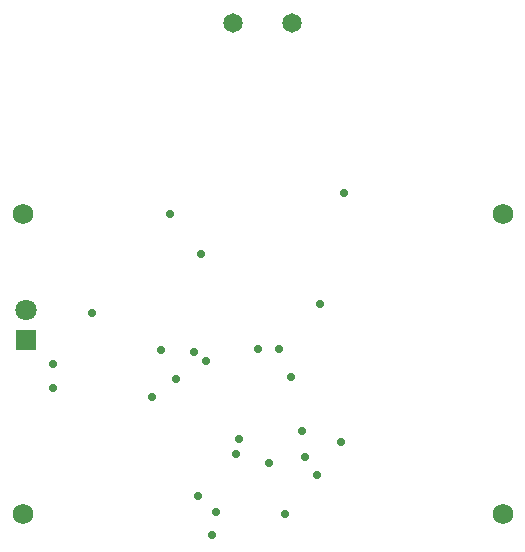
<source format=gbs>
G04*
G04 #@! TF.GenerationSoftware,Altium Limited,Altium Designer,21.6.4 (81)*
G04*
G04 Layer_Color=16711935*
%FSLAX25Y25*%
%MOIN*%
G70*
G04*
G04 #@! TF.SameCoordinates,D5D1E9D7-E8D5-44D5-B98E-A1C15D945772*
G04*
G04*
G04 #@! TF.FilePolarity,Negative*
G04*
G01*
G75*
%ADD46C,0.06509*%
%ADD47R,0.07099X0.07099*%
%ADD48C,0.07099*%
%ADD49C,0.06800*%
%ADD50C,0.02800*%
D46*
X109843Y183685D02*
D03*
X90158D02*
D03*
D47*
X21000Y78000D02*
D03*
D48*
Y88000D02*
D03*
D49*
X20000Y20000D02*
D03*
X180000D02*
D03*
Y120000D02*
D03*
X20000D02*
D03*
D50*
X127000Y127000D02*
D03*
X113000Y47500D02*
D03*
X109500Y65500D02*
D03*
X107390Y20000D02*
D03*
X83000Y13000D02*
D03*
X84500Y20500D02*
D03*
X78500Y26000D02*
D03*
X126000Y44000D02*
D03*
X66213Y74713D02*
D03*
X79500Y106500D02*
D03*
X92000Y45000D02*
D03*
X71000Y65000D02*
D03*
X63000Y59000D02*
D03*
X118000Y33000D02*
D03*
X114000Y39000D02*
D03*
X119000Y90000D02*
D03*
X69000Y120000D02*
D03*
X43000Y87000D02*
D03*
X30000Y70000D02*
D03*
Y62000D02*
D03*
X98500Y75000D02*
D03*
X105500D02*
D03*
X91000Y40000D02*
D03*
X102000Y37000D02*
D03*
X77000Y74000D02*
D03*
X81000Y71000D02*
D03*
M02*

</source>
